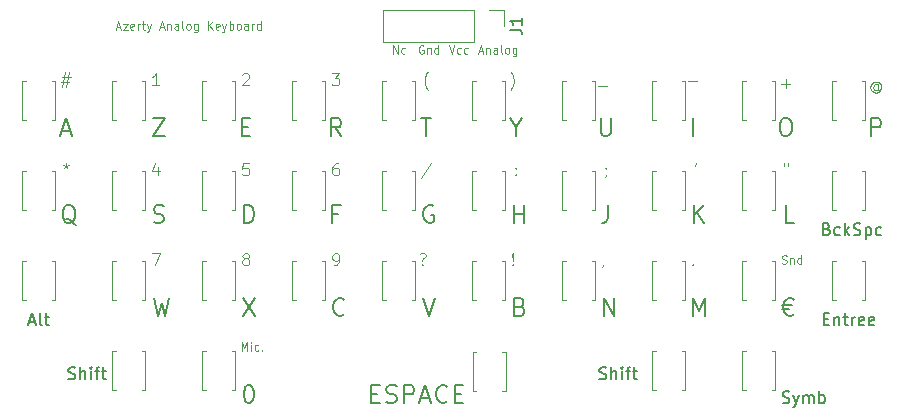
<source format=gbr>
G04 #@! TF.FileFunction,Legend,Top*
%FSLAX46Y46*%
G04 Gerber Fmt 4.6, Leading zero omitted, Abs format (unit mm)*
G04 Created by KiCad (PCBNEW 4.0.7) date 07/09/18 15:47:45*
%MOMM*%
%LPD*%
G01*
G04 APERTURE LIST*
%ADD10C,0.100000*%
%ADD11C,0.120000*%
%ADD12C,0.200000*%
%ADD13C,0.150000*%
G04 APERTURE END LIST*
D10*
X141627334Y-107504667D02*
X141627334Y-106804667D01*
X141860667Y-107304667D01*
X142094000Y-106804667D01*
X142094000Y-107504667D01*
X142427334Y-107504667D02*
X142427334Y-107038000D01*
X142427334Y-106804667D02*
X142394000Y-106838000D01*
X142427334Y-106871333D01*
X142460667Y-106838000D01*
X142427334Y-106804667D01*
X142427334Y-106871333D01*
X143060667Y-107471333D02*
X142994000Y-107504667D01*
X142860667Y-107504667D01*
X142794000Y-107471333D01*
X142760667Y-107438000D01*
X142727333Y-107371333D01*
X142727333Y-107171333D01*
X142760667Y-107104667D01*
X142794000Y-107071333D01*
X142860667Y-107038000D01*
X142994000Y-107038000D01*
X143060667Y-107071333D01*
X143360667Y-107438000D02*
X143394000Y-107471333D01*
X143360667Y-107504667D01*
X143327333Y-107471333D01*
X143360667Y-107438000D01*
X143360667Y-107504667D01*
X154440001Y-82358667D02*
X154440001Y-81658667D01*
X154840001Y-82358667D01*
X154840001Y-81658667D01*
X155473334Y-82325333D02*
X155406667Y-82358667D01*
X155273334Y-82358667D01*
X155206667Y-82325333D01*
X155173334Y-82292000D01*
X155140000Y-82225333D01*
X155140000Y-82025333D01*
X155173334Y-81958667D01*
X155206667Y-81925333D01*
X155273334Y-81892000D01*
X155406667Y-81892000D01*
X155473334Y-81925333D01*
X161705334Y-82158667D02*
X162038668Y-82158667D01*
X161638668Y-82358667D02*
X161872001Y-81658667D01*
X162105334Y-82358667D01*
X162338668Y-81892000D02*
X162338668Y-82358667D01*
X162338668Y-81958667D02*
X162372001Y-81925333D01*
X162438668Y-81892000D01*
X162538668Y-81892000D01*
X162605334Y-81925333D01*
X162638668Y-81992000D01*
X162638668Y-82358667D01*
X163272001Y-82358667D02*
X163272001Y-81992000D01*
X163238667Y-81925333D01*
X163172001Y-81892000D01*
X163038667Y-81892000D01*
X162972001Y-81925333D01*
X163272001Y-82325333D02*
X163205334Y-82358667D01*
X163038667Y-82358667D01*
X162972001Y-82325333D01*
X162938667Y-82258667D01*
X162938667Y-82192000D01*
X162972001Y-82125333D01*
X163038667Y-82092000D01*
X163205334Y-82092000D01*
X163272001Y-82058667D01*
X163705334Y-82358667D02*
X163638667Y-82325333D01*
X163605334Y-82258667D01*
X163605334Y-81658667D01*
X164072001Y-82358667D02*
X164005334Y-82325333D01*
X163972001Y-82292000D01*
X163938667Y-82225333D01*
X163938667Y-82025333D01*
X163972001Y-81958667D01*
X164005334Y-81925333D01*
X164072001Y-81892000D01*
X164172001Y-81892000D01*
X164238667Y-81925333D01*
X164272001Y-81958667D01*
X164305334Y-82025333D01*
X164305334Y-82225333D01*
X164272001Y-82292000D01*
X164238667Y-82325333D01*
X164172001Y-82358667D01*
X164072001Y-82358667D01*
X164905334Y-81892000D02*
X164905334Y-82458667D01*
X164872000Y-82525333D01*
X164838667Y-82558667D01*
X164772000Y-82592000D01*
X164672000Y-82592000D01*
X164605334Y-82558667D01*
X164905334Y-82325333D02*
X164838667Y-82358667D01*
X164705334Y-82358667D01*
X164638667Y-82325333D01*
X164605334Y-82292000D01*
X164572000Y-82225333D01*
X164572000Y-82025333D01*
X164605334Y-81958667D01*
X164638667Y-81925333D01*
X164705334Y-81892000D01*
X164838667Y-81892000D01*
X164905334Y-81925333D01*
X159186667Y-81658667D02*
X159420000Y-82358667D01*
X159653333Y-81658667D01*
X160186667Y-82325333D02*
X160120000Y-82358667D01*
X159986667Y-82358667D01*
X159920000Y-82325333D01*
X159886667Y-82292000D01*
X159853333Y-82225333D01*
X159853333Y-82025333D01*
X159886667Y-81958667D01*
X159920000Y-81925333D01*
X159986667Y-81892000D01*
X160120000Y-81892000D01*
X160186667Y-81925333D01*
X160786667Y-82325333D02*
X160720000Y-82358667D01*
X160586667Y-82358667D01*
X160520000Y-82325333D01*
X160486667Y-82292000D01*
X160453333Y-82225333D01*
X160453333Y-82025333D01*
X160486667Y-81958667D01*
X160520000Y-81925333D01*
X160586667Y-81892000D01*
X160720000Y-81892000D01*
X160786667Y-81925333D01*
X157030000Y-81692000D02*
X156963334Y-81658667D01*
X156863334Y-81658667D01*
X156763334Y-81692000D01*
X156696667Y-81758667D01*
X156663334Y-81825333D01*
X156630000Y-81958667D01*
X156630000Y-82058667D01*
X156663334Y-82192000D01*
X156696667Y-82258667D01*
X156763334Y-82325333D01*
X156863334Y-82358667D01*
X156930000Y-82358667D01*
X157030000Y-82325333D01*
X157063334Y-82292000D01*
X157063334Y-82058667D01*
X156930000Y-82058667D01*
X157363334Y-81892000D02*
X157363334Y-82358667D01*
X157363334Y-81958667D02*
X157396667Y-81925333D01*
X157463334Y-81892000D01*
X157563334Y-81892000D01*
X157630000Y-81925333D01*
X157663334Y-81992000D01*
X157663334Y-82358667D01*
X158296667Y-82358667D02*
X158296667Y-81658667D01*
X158296667Y-82325333D02*
X158230000Y-82358667D01*
X158096667Y-82358667D01*
X158030000Y-82325333D01*
X157996667Y-82292000D01*
X157963333Y-82225333D01*
X157963333Y-82025333D01*
X157996667Y-81958667D01*
X158030000Y-81925333D01*
X158096667Y-81892000D01*
X158230000Y-81892000D01*
X158296667Y-81925333D01*
X187380667Y-100105333D02*
X187480667Y-100138667D01*
X187647334Y-100138667D01*
X187714001Y-100105333D01*
X187747334Y-100072000D01*
X187780667Y-100005333D01*
X187780667Y-99938667D01*
X187747334Y-99872000D01*
X187714001Y-99838667D01*
X187647334Y-99805333D01*
X187514001Y-99772000D01*
X187447334Y-99738667D01*
X187414001Y-99705333D01*
X187380667Y-99638667D01*
X187380667Y-99572000D01*
X187414001Y-99505333D01*
X187447334Y-99472000D01*
X187514001Y-99438667D01*
X187680667Y-99438667D01*
X187780667Y-99472000D01*
X188080668Y-99672000D02*
X188080668Y-100138667D01*
X188080668Y-99738667D02*
X188114001Y-99705333D01*
X188180668Y-99672000D01*
X188280668Y-99672000D01*
X188347334Y-99705333D01*
X188380668Y-99772000D01*
X188380668Y-100138667D01*
X189014001Y-100138667D02*
X189014001Y-99438667D01*
X189014001Y-100105333D02*
X188947334Y-100138667D01*
X188814001Y-100138667D01*
X188747334Y-100105333D01*
X188714001Y-100072000D01*
X188680667Y-100005333D01*
X188680667Y-99805333D01*
X188714001Y-99738667D01*
X188747334Y-99705333D01*
X188814001Y-99672000D01*
X188947334Y-99672000D01*
X189014001Y-99705333D01*
X179832000Y-100179143D02*
X179879619Y-100226762D01*
X179832000Y-100274381D01*
X179784381Y-100226762D01*
X179832000Y-100179143D01*
X179832000Y-100274381D01*
X172259619Y-100226762D02*
X172259619Y-100274381D01*
X172212000Y-100369619D01*
X172164381Y-100417238D01*
X164592000Y-100179143D02*
X164639619Y-100226762D01*
X164592000Y-100274381D01*
X164544381Y-100226762D01*
X164592000Y-100179143D01*
X164592000Y-100274381D01*
X164592000Y-99893429D02*
X164544381Y-99322000D01*
X164592000Y-99274381D01*
X164639619Y-99322000D01*
X164592000Y-99893429D01*
X164592000Y-99274381D01*
X156924381Y-100179143D02*
X156972000Y-100226762D01*
X156924381Y-100274381D01*
X156876762Y-100226762D01*
X156924381Y-100179143D01*
X156924381Y-100274381D01*
X156733905Y-99322000D02*
X156829143Y-99274381D01*
X157067239Y-99274381D01*
X157162477Y-99322000D01*
X157210096Y-99417238D01*
X157210096Y-99512476D01*
X157162477Y-99607714D01*
X157114858Y-99655333D01*
X157019619Y-99702952D01*
X156972000Y-99750571D01*
X156924381Y-99845810D01*
X156924381Y-99893429D01*
X149415524Y-100274381D02*
X149606000Y-100274381D01*
X149701239Y-100226762D01*
X149748858Y-100179143D01*
X149844096Y-100036286D01*
X149891715Y-99845810D01*
X149891715Y-99464857D01*
X149844096Y-99369619D01*
X149796477Y-99322000D01*
X149701239Y-99274381D01*
X149510762Y-99274381D01*
X149415524Y-99322000D01*
X149367905Y-99369619D01*
X149320286Y-99464857D01*
X149320286Y-99702952D01*
X149367905Y-99798190D01*
X149415524Y-99845810D01*
X149510762Y-99893429D01*
X149701239Y-99893429D01*
X149796477Y-99845810D01*
X149844096Y-99798190D01*
X149891715Y-99702952D01*
X141890762Y-99702952D02*
X141795524Y-99655333D01*
X141747905Y-99607714D01*
X141700286Y-99512476D01*
X141700286Y-99464857D01*
X141747905Y-99369619D01*
X141795524Y-99322000D01*
X141890762Y-99274381D01*
X142081239Y-99274381D01*
X142176477Y-99322000D01*
X142224096Y-99369619D01*
X142271715Y-99464857D01*
X142271715Y-99512476D01*
X142224096Y-99607714D01*
X142176477Y-99655333D01*
X142081239Y-99702952D01*
X141890762Y-99702952D01*
X141795524Y-99750571D01*
X141747905Y-99798190D01*
X141700286Y-99893429D01*
X141700286Y-100083905D01*
X141747905Y-100179143D01*
X141795524Y-100226762D01*
X141890762Y-100274381D01*
X142081239Y-100274381D01*
X142176477Y-100226762D01*
X142224096Y-100179143D01*
X142271715Y-100083905D01*
X142271715Y-99893429D01*
X142224096Y-99798190D01*
X142176477Y-99750571D01*
X142081239Y-99702952D01*
X134032667Y-99274381D02*
X134699334Y-99274381D01*
X134270762Y-100274381D01*
X187515524Y-91654381D02*
X187515524Y-91844857D01*
X187896477Y-91654381D02*
X187896477Y-91844857D01*
X180133619Y-91654381D02*
X180038381Y-91844857D01*
X172513619Y-92606762D02*
X172513619Y-92654381D01*
X172466000Y-92749619D01*
X172418381Y-92797238D01*
X172466000Y-92035333D02*
X172513619Y-92082952D01*
X172466000Y-92130571D01*
X172418381Y-92082952D01*
X172466000Y-92035333D01*
X172466000Y-92130571D01*
X164846000Y-92559143D02*
X164893619Y-92606762D01*
X164846000Y-92654381D01*
X164798381Y-92606762D01*
X164846000Y-92559143D01*
X164846000Y-92654381D01*
X164846000Y-92035333D02*
X164893619Y-92082952D01*
X164846000Y-92130571D01*
X164798381Y-92082952D01*
X164846000Y-92035333D01*
X164846000Y-92130571D01*
X157654572Y-91606762D02*
X156797429Y-92892476D01*
X149796477Y-91654381D02*
X149606000Y-91654381D01*
X149510762Y-91702000D01*
X149463143Y-91749619D01*
X149367905Y-91892476D01*
X149320286Y-92082952D01*
X149320286Y-92463905D01*
X149367905Y-92559143D01*
X149415524Y-92606762D01*
X149510762Y-92654381D01*
X149701239Y-92654381D01*
X149796477Y-92606762D01*
X149844096Y-92559143D01*
X149891715Y-92463905D01*
X149891715Y-92225810D01*
X149844096Y-92130571D01*
X149796477Y-92082952D01*
X149701239Y-92035333D01*
X149510762Y-92035333D01*
X149415524Y-92082952D01*
X149367905Y-92130571D01*
X149320286Y-92225810D01*
X142224096Y-91654381D02*
X141747905Y-91654381D01*
X141700286Y-92130571D01*
X141747905Y-92082952D01*
X141843143Y-92035333D01*
X142081239Y-92035333D01*
X142176477Y-92082952D01*
X142224096Y-92130571D01*
X142271715Y-92225810D01*
X142271715Y-92463905D01*
X142224096Y-92559143D01*
X142176477Y-92606762D01*
X142081239Y-92654381D01*
X141843143Y-92654381D01*
X141747905Y-92606762D01*
X141700286Y-92559143D01*
X134556477Y-91987714D02*
X134556477Y-92654381D01*
X134318381Y-91606762D02*
X134080286Y-92321048D01*
X134699334Y-92321048D01*
X126746000Y-91654381D02*
X126746000Y-91892476D01*
X126507905Y-91797238D02*
X126746000Y-91892476D01*
X126984096Y-91797238D01*
X126603143Y-92082952D02*
X126746000Y-91892476D01*
X126888858Y-92082952D01*
X195540286Y-85066190D02*
X195492667Y-85018571D01*
X195397429Y-84970952D01*
X195302191Y-84970952D01*
X195206953Y-85018571D01*
X195159333Y-85066190D01*
X195111714Y-85161429D01*
X195111714Y-85256667D01*
X195159333Y-85351905D01*
X195206953Y-85399524D01*
X195302191Y-85447143D01*
X195397429Y-85447143D01*
X195492667Y-85399524D01*
X195540286Y-85351905D01*
X195540286Y-84970952D02*
X195540286Y-85351905D01*
X195587905Y-85399524D01*
X195635524Y-85399524D01*
X195730762Y-85351905D01*
X195778381Y-85256667D01*
X195778381Y-85018571D01*
X195683143Y-84875714D01*
X195540286Y-84780476D01*
X195349810Y-84732857D01*
X195159333Y-84780476D01*
X195016476Y-84875714D01*
X194921238Y-85018571D01*
X194873619Y-85209048D01*
X194921238Y-85399524D01*
X195016476Y-85542381D01*
X195159333Y-85637619D01*
X195349810Y-85685238D01*
X195540286Y-85637619D01*
X195683143Y-85542381D01*
X187325048Y-84907429D02*
X188086953Y-84907429D01*
X187706001Y-85288381D02*
X187706001Y-84526476D01*
X179451048Y-84653429D02*
X180212953Y-84653429D01*
X171831048Y-85129619D02*
X172592953Y-85129619D01*
X164401524Y-85415333D02*
X164449143Y-85367714D01*
X164544381Y-85224857D01*
X164592000Y-85129619D01*
X164639619Y-84986762D01*
X164687238Y-84748667D01*
X164687238Y-84558190D01*
X164639619Y-84320095D01*
X164592000Y-84177238D01*
X164544381Y-84082000D01*
X164449143Y-83939143D01*
X164401524Y-83891524D01*
X157416477Y-85415333D02*
X157368857Y-85367714D01*
X157273619Y-85224857D01*
X157226000Y-85129619D01*
X157178381Y-84986762D01*
X157130762Y-84748667D01*
X157130762Y-84558190D01*
X157178381Y-84320095D01*
X157226000Y-84177238D01*
X157273619Y-84082000D01*
X157368857Y-83939143D01*
X157416477Y-83891524D01*
X149272667Y-84034381D02*
X149891715Y-84034381D01*
X149558381Y-84415333D01*
X149701239Y-84415333D01*
X149796477Y-84462952D01*
X149844096Y-84510571D01*
X149891715Y-84605810D01*
X149891715Y-84843905D01*
X149844096Y-84939143D01*
X149796477Y-84986762D01*
X149701239Y-85034381D01*
X149415524Y-85034381D01*
X149320286Y-84986762D01*
X149272667Y-84939143D01*
X141700286Y-84129619D02*
X141747905Y-84082000D01*
X141843143Y-84034381D01*
X142081239Y-84034381D01*
X142176477Y-84082000D01*
X142224096Y-84129619D01*
X142271715Y-84224857D01*
X142271715Y-84320095D01*
X142224096Y-84462952D01*
X141652667Y-85034381D01*
X142271715Y-85034381D01*
X134651715Y-85034381D02*
X134080286Y-85034381D01*
X134366000Y-85034381D02*
X134366000Y-84034381D01*
X134270762Y-84177238D01*
X134175524Y-84272476D01*
X134080286Y-84320095D01*
X126436476Y-84367714D02*
X127150762Y-84367714D01*
X126722190Y-83939143D02*
X126436476Y-85224857D01*
X127055524Y-84796286D02*
X126341238Y-84796286D01*
X126769810Y-85224857D02*
X127055524Y-83939143D01*
X131043335Y-80126667D02*
X131376669Y-80126667D01*
X130976669Y-80326667D02*
X131210002Y-79626667D01*
X131443335Y-80326667D01*
X131610002Y-79860000D02*
X131976669Y-79860000D01*
X131610002Y-80326667D01*
X131976669Y-80326667D01*
X132510002Y-80293333D02*
X132443336Y-80326667D01*
X132310002Y-80326667D01*
X132243336Y-80293333D01*
X132210002Y-80226667D01*
X132210002Y-79960000D01*
X132243336Y-79893333D01*
X132310002Y-79860000D01*
X132443336Y-79860000D01*
X132510002Y-79893333D01*
X132543336Y-79960000D01*
X132543336Y-80026667D01*
X132210002Y-80093333D01*
X132843336Y-80326667D02*
X132843336Y-79860000D01*
X132843336Y-79993333D02*
X132876669Y-79926667D01*
X132910002Y-79893333D01*
X132976669Y-79860000D01*
X133043336Y-79860000D01*
X133176669Y-79860000D02*
X133443335Y-79860000D01*
X133276669Y-79626667D02*
X133276669Y-80226667D01*
X133310002Y-80293333D01*
X133376669Y-80326667D01*
X133443335Y-80326667D01*
X133610002Y-79860000D02*
X133776669Y-80326667D01*
X133943335Y-79860000D02*
X133776669Y-80326667D01*
X133710002Y-80493333D01*
X133676669Y-80526667D01*
X133610002Y-80560000D01*
X134710001Y-80126667D02*
X135043335Y-80126667D01*
X134643335Y-80326667D02*
X134876668Y-79626667D01*
X135110001Y-80326667D01*
X135343335Y-79860000D02*
X135343335Y-80326667D01*
X135343335Y-79926667D02*
X135376668Y-79893333D01*
X135443335Y-79860000D01*
X135543335Y-79860000D01*
X135610001Y-79893333D01*
X135643335Y-79960000D01*
X135643335Y-80326667D01*
X136276668Y-80326667D02*
X136276668Y-79960000D01*
X136243334Y-79893333D01*
X136176668Y-79860000D01*
X136043334Y-79860000D01*
X135976668Y-79893333D01*
X136276668Y-80293333D02*
X136210001Y-80326667D01*
X136043334Y-80326667D01*
X135976668Y-80293333D01*
X135943334Y-80226667D01*
X135943334Y-80160000D01*
X135976668Y-80093333D01*
X136043334Y-80060000D01*
X136210001Y-80060000D01*
X136276668Y-80026667D01*
X136710001Y-80326667D02*
X136643334Y-80293333D01*
X136610001Y-80226667D01*
X136610001Y-79626667D01*
X137076668Y-80326667D02*
X137010001Y-80293333D01*
X136976668Y-80260000D01*
X136943334Y-80193333D01*
X136943334Y-79993333D01*
X136976668Y-79926667D01*
X137010001Y-79893333D01*
X137076668Y-79860000D01*
X137176668Y-79860000D01*
X137243334Y-79893333D01*
X137276668Y-79926667D01*
X137310001Y-79993333D01*
X137310001Y-80193333D01*
X137276668Y-80260000D01*
X137243334Y-80293333D01*
X137176668Y-80326667D01*
X137076668Y-80326667D01*
X137910001Y-79860000D02*
X137910001Y-80426667D01*
X137876667Y-80493333D01*
X137843334Y-80526667D01*
X137776667Y-80560000D01*
X137676667Y-80560000D01*
X137610001Y-80526667D01*
X137910001Y-80293333D02*
X137843334Y-80326667D01*
X137710001Y-80326667D01*
X137643334Y-80293333D01*
X137610001Y-80260000D01*
X137576667Y-80193333D01*
X137576667Y-79993333D01*
X137610001Y-79926667D01*
X137643334Y-79893333D01*
X137710001Y-79860000D01*
X137843334Y-79860000D01*
X137910001Y-79893333D01*
X138776667Y-80326667D02*
X138776667Y-79626667D01*
X139176667Y-80326667D02*
X138876667Y-79926667D01*
X139176667Y-79626667D02*
X138776667Y-80026667D01*
X139743333Y-80293333D02*
X139676667Y-80326667D01*
X139543333Y-80326667D01*
X139476667Y-80293333D01*
X139443333Y-80226667D01*
X139443333Y-79960000D01*
X139476667Y-79893333D01*
X139543333Y-79860000D01*
X139676667Y-79860000D01*
X139743333Y-79893333D01*
X139776667Y-79960000D01*
X139776667Y-80026667D01*
X139443333Y-80093333D01*
X140010000Y-79860000D02*
X140176667Y-80326667D01*
X140343333Y-79860000D02*
X140176667Y-80326667D01*
X140110000Y-80493333D01*
X140076667Y-80526667D01*
X140010000Y-80560000D01*
X140610000Y-80326667D02*
X140610000Y-79626667D01*
X140610000Y-79893333D02*
X140676666Y-79860000D01*
X140810000Y-79860000D01*
X140876666Y-79893333D01*
X140910000Y-79926667D01*
X140943333Y-79993333D01*
X140943333Y-80193333D01*
X140910000Y-80260000D01*
X140876666Y-80293333D01*
X140810000Y-80326667D01*
X140676666Y-80326667D01*
X140610000Y-80293333D01*
X141343333Y-80326667D02*
X141276666Y-80293333D01*
X141243333Y-80260000D01*
X141209999Y-80193333D01*
X141209999Y-79993333D01*
X141243333Y-79926667D01*
X141276666Y-79893333D01*
X141343333Y-79860000D01*
X141443333Y-79860000D01*
X141509999Y-79893333D01*
X141543333Y-79926667D01*
X141576666Y-79993333D01*
X141576666Y-80193333D01*
X141543333Y-80260000D01*
X141509999Y-80293333D01*
X141443333Y-80326667D01*
X141343333Y-80326667D01*
X142176666Y-80326667D02*
X142176666Y-79960000D01*
X142143332Y-79893333D01*
X142076666Y-79860000D01*
X141943332Y-79860000D01*
X141876666Y-79893333D01*
X142176666Y-80293333D02*
X142109999Y-80326667D01*
X141943332Y-80326667D01*
X141876666Y-80293333D01*
X141843332Y-80226667D01*
X141843332Y-80160000D01*
X141876666Y-80093333D01*
X141943332Y-80060000D01*
X142109999Y-80060000D01*
X142176666Y-80026667D01*
X142509999Y-80326667D02*
X142509999Y-79860000D01*
X142509999Y-79993333D02*
X142543332Y-79926667D01*
X142576665Y-79893333D01*
X142643332Y-79860000D01*
X142709999Y-79860000D01*
X143243332Y-80326667D02*
X143243332Y-79626667D01*
X143243332Y-80293333D02*
X143176665Y-80326667D01*
X143043332Y-80326667D01*
X142976665Y-80293333D01*
X142943332Y-80260000D01*
X142909998Y-80193333D01*
X142909998Y-79993333D01*
X142943332Y-79926667D01*
X142976665Y-79893333D01*
X143043332Y-79860000D01*
X143176665Y-79860000D01*
X143243332Y-79893333D01*
D11*
X138600000Y-107570000D02*
X138300000Y-107570000D01*
X138300000Y-107570000D02*
X138300000Y-110870000D01*
X138300000Y-110870000D02*
X138600000Y-110870000D01*
X140800000Y-107570000D02*
X141100000Y-107570000D01*
X141100000Y-107570000D02*
X141100000Y-110870000D01*
X141100000Y-110870000D02*
X140800000Y-110870000D01*
X125560000Y-88010000D02*
X125860000Y-88010000D01*
X125860000Y-88010000D02*
X125860000Y-84710000D01*
X125860000Y-84710000D02*
X125560000Y-84710000D01*
X123360000Y-88010000D02*
X123060000Y-88010000D01*
X123060000Y-88010000D02*
X123060000Y-84710000D01*
X123060000Y-84710000D02*
X123360000Y-84710000D01*
X125560000Y-103250000D02*
X125860000Y-103250000D01*
X125860000Y-103250000D02*
X125860000Y-99950000D01*
X125860000Y-99950000D02*
X125560000Y-99950000D01*
X123360000Y-103250000D02*
X123060000Y-103250000D01*
X123060000Y-103250000D02*
X123060000Y-99950000D01*
X123060000Y-99950000D02*
X123360000Y-99950000D01*
X161460000Y-99950000D02*
X161160000Y-99950000D01*
X161160000Y-99950000D02*
X161160000Y-103250000D01*
X161160000Y-103250000D02*
X161460000Y-103250000D01*
X163660000Y-99950000D02*
X163960000Y-99950000D01*
X163960000Y-99950000D02*
X163960000Y-103250000D01*
X163960000Y-103250000D02*
X163660000Y-103250000D01*
X191940000Y-92330000D02*
X191640000Y-92330000D01*
X191640000Y-92330000D02*
X191640000Y-95630000D01*
X191640000Y-95630000D02*
X191940000Y-95630000D01*
X194140000Y-92330000D02*
X194440000Y-92330000D01*
X194440000Y-92330000D02*
X194440000Y-95630000D01*
X194440000Y-95630000D02*
X194140000Y-95630000D01*
X146220000Y-99950000D02*
X145920000Y-99950000D01*
X145920000Y-99950000D02*
X145920000Y-103250000D01*
X145920000Y-103250000D02*
X146220000Y-103250000D01*
X148420000Y-99950000D02*
X148720000Y-99950000D01*
X148720000Y-99950000D02*
X148720000Y-103250000D01*
X148720000Y-103250000D02*
X148420000Y-103250000D01*
X138600000Y-92330000D02*
X138300000Y-92330000D01*
X138300000Y-92330000D02*
X138300000Y-95630000D01*
X138300000Y-95630000D02*
X138600000Y-95630000D01*
X140800000Y-92330000D02*
X141100000Y-92330000D01*
X141100000Y-92330000D02*
X141100000Y-95630000D01*
X141100000Y-95630000D02*
X140800000Y-95630000D01*
X140800000Y-88010000D02*
X141100000Y-88010000D01*
X141100000Y-88010000D02*
X141100000Y-84710000D01*
X141100000Y-84710000D02*
X140800000Y-84710000D01*
X138600000Y-88010000D02*
X138300000Y-88010000D01*
X138300000Y-88010000D02*
X138300000Y-84710000D01*
X138300000Y-84710000D02*
X138600000Y-84710000D01*
X184320000Y-99950000D02*
X184020000Y-99950000D01*
X184020000Y-99950000D02*
X184020000Y-103250000D01*
X184020000Y-103250000D02*
X184320000Y-103250000D01*
X186520000Y-99950000D02*
X186820000Y-99950000D01*
X186820000Y-99950000D02*
X186820000Y-103250000D01*
X186820000Y-103250000D02*
X186520000Y-103250000D01*
X146220000Y-92330000D02*
X145920000Y-92330000D01*
X145920000Y-92330000D02*
X145920000Y-95630000D01*
X145920000Y-95630000D02*
X146220000Y-95630000D01*
X148420000Y-92330000D02*
X148720000Y-92330000D01*
X148720000Y-92330000D02*
X148720000Y-95630000D01*
X148720000Y-95630000D02*
X148420000Y-95630000D01*
X153840000Y-92330000D02*
X153540000Y-92330000D01*
X153540000Y-92330000D02*
X153540000Y-95630000D01*
X153540000Y-95630000D02*
X153840000Y-95630000D01*
X156040000Y-92330000D02*
X156340000Y-92330000D01*
X156340000Y-92330000D02*
X156340000Y-95630000D01*
X156340000Y-95630000D02*
X156040000Y-95630000D01*
X161460000Y-92330000D02*
X161160000Y-92330000D01*
X161160000Y-92330000D02*
X161160000Y-95630000D01*
X161160000Y-95630000D02*
X161460000Y-95630000D01*
X163660000Y-92330000D02*
X163960000Y-92330000D01*
X163960000Y-92330000D02*
X163960000Y-95630000D01*
X163960000Y-95630000D02*
X163660000Y-95630000D01*
X178900000Y-88010000D02*
X179200000Y-88010000D01*
X179200000Y-88010000D02*
X179200000Y-84710000D01*
X179200000Y-84710000D02*
X178900000Y-84710000D01*
X176700000Y-88010000D02*
X176400000Y-88010000D01*
X176400000Y-88010000D02*
X176400000Y-84710000D01*
X176400000Y-84710000D02*
X176700000Y-84710000D01*
X161290000Y-78680000D02*
X153610000Y-78680000D01*
X153610000Y-78680000D02*
X153610000Y-81340000D01*
X153610000Y-81340000D02*
X161290000Y-81340000D01*
X161290000Y-81340000D02*
X161290000Y-78680000D01*
X162560000Y-78680000D02*
X163890000Y-78680000D01*
X163890000Y-78680000D02*
X163890000Y-80010000D01*
X169080000Y-92330000D02*
X168780000Y-92330000D01*
X168780000Y-92330000D02*
X168780000Y-95630000D01*
X168780000Y-95630000D02*
X169080000Y-95630000D01*
X171280000Y-92330000D02*
X171580000Y-92330000D01*
X171580000Y-92330000D02*
X171580000Y-95630000D01*
X171580000Y-95630000D02*
X171280000Y-95630000D01*
X176700000Y-92330000D02*
X176400000Y-92330000D01*
X176400000Y-92330000D02*
X176400000Y-95630000D01*
X176400000Y-95630000D02*
X176700000Y-95630000D01*
X178900000Y-92330000D02*
X179200000Y-92330000D01*
X179200000Y-92330000D02*
X179200000Y-95630000D01*
X179200000Y-95630000D02*
X178900000Y-95630000D01*
X184320000Y-92330000D02*
X184020000Y-92330000D01*
X184020000Y-92330000D02*
X184020000Y-95630000D01*
X184020000Y-95630000D02*
X184320000Y-95630000D01*
X186520000Y-92330000D02*
X186820000Y-92330000D01*
X186820000Y-92330000D02*
X186820000Y-95630000D01*
X186820000Y-95630000D02*
X186520000Y-95630000D01*
X178900000Y-103250000D02*
X179200000Y-103250000D01*
X179200000Y-103250000D02*
X179200000Y-99950000D01*
X179200000Y-99950000D02*
X178900000Y-99950000D01*
X176700000Y-103250000D02*
X176400000Y-103250000D01*
X176400000Y-103250000D02*
X176400000Y-99950000D01*
X176400000Y-99950000D02*
X176700000Y-99950000D01*
X169080000Y-99950000D02*
X168780000Y-99950000D01*
X168780000Y-99950000D02*
X168780000Y-103250000D01*
X168780000Y-103250000D02*
X169080000Y-103250000D01*
X171280000Y-99950000D02*
X171580000Y-99950000D01*
X171580000Y-99950000D02*
X171580000Y-103250000D01*
X171580000Y-103250000D02*
X171280000Y-103250000D01*
X186520000Y-88010000D02*
X186820000Y-88010000D01*
X186820000Y-88010000D02*
X186820000Y-84710000D01*
X186820000Y-84710000D02*
X186520000Y-84710000D01*
X184320000Y-88010000D02*
X184020000Y-88010000D01*
X184020000Y-88010000D02*
X184020000Y-84710000D01*
X184020000Y-84710000D02*
X184320000Y-84710000D01*
X194140000Y-88010000D02*
X194440000Y-88010000D01*
X194440000Y-88010000D02*
X194440000Y-84710000D01*
X194440000Y-84710000D02*
X194140000Y-84710000D01*
X191940000Y-88010000D02*
X191640000Y-88010000D01*
X191640000Y-88010000D02*
X191640000Y-84710000D01*
X191640000Y-84710000D02*
X191940000Y-84710000D01*
X123360000Y-92330000D02*
X123060000Y-92330000D01*
X123060000Y-92330000D02*
X123060000Y-95630000D01*
X123060000Y-95630000D02*
X123360000Y-95630000D01*
X125560000Y-92330000D02*
X125860000Y-92330000D01*
X125860000Y-92330000D02*
X125860000Y-95630000D01*
X125860000Y-95630000D02*
X125560000Y-95630000D01*
X148420000Y-88010000D02*
X148720000Y-88010000D01*
X148720000Y-88010000D02*
X148720000Y-84710000D01*
X148720000Y-84710000D02*
X148420000Y-84710000D01*
X146220000Y-88010000D02*
X145920000Y-88010000D01*
X145920000Y-88010000D02*
X145920000Y-84710000D01*
X145920000Y-84710000D02*
X146220000Y-84710000D01*
X191940000Y-99950000D02*
X191640000Y-99950000D01*
X191640000Y-99950000D02*
X191640000Y-103250000D01*
X191640000Y-103250000D02*
X191940000Y-103250000D01*
X194140000Y-99950000D02*
X194440000Y-99950000D01*
X194440000Y-99950000D02*
X194440000Y-103250000D01*
X194440000Y-103250000D02*
X194140000Y-103250000D01*
X133180000Y-95630000D02*
X133480000Y-95630000D01*
X133480000Y-95630000D02*
X133480000Y-92330000D01*
X133480000Y-92330000D02*
X133180000Y-92330000D01*
X130980000Y-95630000D02*
X130680000Y-95630000D01*
X130680000Y-95630000D02*
X130680000Y-92330000D01*
X130680000Y-92330000D02*
X130980000Y-92330000D01*
X130980000Y-107570000D02*
X130680000Y-107570000D01*
X130680000Y-107570000D02*
X130680000Y-110870000D01*
X130680000Y-110870000D02*
X130980000Y-110870000D01*
X133180000Y-107570000D02*
X133480000Y-107570000D01*
X133480000Y-107570000D02*
X133480000Y-110870000D01*
X133480000Y-110870000D02*
X133180000Y-110870000D01*
X178900000Y-110870000D02*
X179200000Y-110870000D01*
X179200000Y-110870000D02*
X179200000Y-107570000D01*
X179200000Y-107570000D02*
X178900000Y-107570000D01*
X176700000Y-110870000D02*
X176400000Y-110870000D01*
X176400000Y-110870000D02*
X176400000Y-107570000D01*
X176400000Y-107570000D02*
X176700000Y-107570000D01*
X161485400Y-107595400D02*
X161185400Y-107595400D01*
X161185400Y-107595400D02*
X161185400Y-110895400D01*
X161185400Y-110895400D02*
X161485400Y-110895400D01*
X163685400Y-107595400D02*
X163985400Y-107595400D01*
X163985400Y-107595400D02*
X163985400Y-110895400D01*
X163985400Y-110895400D02*
X163685400Y-110895400D01*
X184320000Y-107570000D02*
X184020000Y-107570000D01*
X184020000Y-107570000D02*
X184020000Y-110870000D01*
X184020000Y-110870000D02*
X184320000Y-110870000D01*
X186520000Y-107570000D02*
X186820000Y-107570000D01*
X186820000Y-107570000D02*
X186820000Y-110870000D01*
X186820000Y-110870000D02*
X186520000Y-110870000D01*
X156040000Y-88010000D02*
X156340000Y-88010000D01*
X156340000Y-88010000D02*
X156340000Y-84710000D01*
X156340000Y-84710000D02*
X156040000Y-84710000D01*
X153840000Y-88010000D02*
X153540000Y-88010000D01*
X153540000Y-88010000D02*
X153540000Y-84710000D01*
X153540000Y-84710000D02*
X153840000Y-84710000D01*
X171280000Y-88010000D02*
X171580000Y-88010000D01*
X171580000Y-88010000D02*
X171580000Y-84710000D01*
X171580000Y-84710000D02*
X171280000Y-84710000D01*
X169080000Y-88010000D02*
X168780000Y-88010000D01*
X168780000Y-88010000D02*
X168780000Y-84710000D01*
X168780000Y-84710000D02*
X169080000Y-84710000D01*
X153840000Y-99950000D02*
X153540000Y-99950000D01*
X153540000Y-99950000D02*
X153540000Y-103250000D01*
X153540000Y-103250000D02*
X153840000Y-103250000D01*
X156040000Y-99950000D02*
X156340000Y-99950000D01*
X156340000Y-99950000D02*
X156340000Y-103250000D01*
X156340000Y-103250000D02*
X156040000Y-103250000D01*
X130980000Y-99950000D02*
X130680000Y-99950000D01*
X130680000Y-99950000D02*
X130680000Y-103250000D01*
X130680000Y-103250000D02*
X130980000Y-103250000D01*
X133180000Y-99950000D02*
X133480000Y-99950000D01*
X133480000Y-99950000D02*
X133480000Y-103250000D01*
X133480000Y-103250000D02*
X133180000Y-103250000D01*
X138600000Y-99950000D02*
X138300000Y-99950000D01*
X138300000Y-99950000D02*
X138300000Y-103250000D01*
X138300000Y-103250000D02*
X138600000Y-103250000D01*
X140800000Y-99950000D02*
X141100000Y-99950000D01*
X141100000Y-99950000D02*
X141100000Y-103250000D01*
X141100000Y-103250000D02*
X140800000Y-103250000D01*
X163660000Y-88010000D02*
X163960000Y-88010000D01*
X163960000Y-88010000D02*
X163960000Y-84710000D01*
X163960000Y-84710000D02*
X163660000Y-84710000D01*
X161460000Y-88010000D02*
X161160000Y-88010000D01*
X161160000Y-88010000D02*
X161160000Y-84710000D01*
X161160000Y-84710000D02*
X161460000Y-84710000D01*
X133180000Y-88010000D02*
X133480000Y-88010000D01*
X133480000Y-88010000D02*
X133480000Y-84710000D01*
X133480000Y-84710000D02*
X133180000Y-84710000D01*
X130980000Y-88010000D02*
X130680000Y-88010000D01*
X130680000Y-88010000D02*
X130680000Y-84710000D01*
X130680000Y-84710000D02*
X130980000Y-84710000D01*
D12*
X142168572Y-110430571D02*
X142311429Y-110430571D01*
X142454286Y-110502000D01*
X142525715Y-110573429D01*
X142597144Y-110716286D01*
X142668572Y-111002000D01*
X142668572Y-111359143D01*
X142597144Y-111644857D01*
X142525715Y-111787714D01*
X142454286Y-111859143D01*
X142311429Y-111930571D01*
X142168572Y-111930571D01*
X142025715Y-111859143D01*
X141954286Y-111787714D01*
X141882858Y-111644857D01*
X141811429Y-111359143D01*
X141811429Y-111002000D01*
X141882858Y-110716286D01*
X141954286Y-110573429D01*
X142025715Y-110502000D01*
X142168572Y-110430571D01*
X126388857Y-88896000D02*
X127103143Y-88896000D01*
X126246000Y-89324571D02*
X126746000Y-87824571D01*
X127246000Y-89324571D01*
D13*
X123674285Y-105068667D02*
X124150476Y-105068667D01*
X123579047Y-105354381D02*
X123912380Y-104354381D01*
X124245714Y-105354381D01*
X124721904Y-105354381D02*
X124626666Y-105306762D01*
X124579047Y-105211524D01*
X124579047Y-104354381D01*
X124960000Y-104687714D02*
X125340952Y-104687714D01*
X125102857Y-104354381D02*
X125102857Y-105211524D01*
X125150476Y-105306762D01*
X125245714Y-105354381D01*
X125340952Y-105354381D01*
D12*
X165207143Y-103778857D02*
X165421429Y-103850286D01*
X165492857Y-103921714D01*
X165564286Y-104064571D01*
X165564286Y-104278857D01*
X165492857Y-104421714D01*
X165421429Y-104493143D01*
X165278571Y-104564571D01*
X164707143Y-104564571D01*
X164707143Y-103064571D01*
X165207143Y-103064571D01*
X165350000Y-103136000D01*
X165421429Y-103207429D01*
X165492857Y-103350286D01*
X165492857Y-103493143D01*
X165421429Y-103636000D01*
X165350000Y-103707429D01*
X165207143Y-103778857D01*
X164707143Y-103778857D01*
D13*
X191174953Y-97210571D02*
X191317810Y-97258190D01*
X191365429Y-97305810D01*
X191413048Y-97401048D01*
X191413048Y-97543905D01*
X191365429Y-97639143D01*
X191317810Y-97686762D01*
X191222572Y-97734381D01*
X190841619Y-97734381D01*
X190841619Y-96734381D01*
X191174953Y-96734381D01*
X191270191Y-96782000D01*
X191317810Y-96829619D01*
X191365429Y-96924857D01*
X191365429Y-97020095D01*
X191317810Y-97115333D01*
X191270191Y-97162952D01*
X191174953Y-97210571D01*
X190841619Y-97210571D01*
X192270191Y-97686762D02*
X192174953Y-97734381D01*
X191984476Y-97734381D01*
X191889238Y-97686762D01*
X191841619Y-97639143D01*
X191794000Y-97543905D01*
X191794000Y-97258190D01*
X191841619Y-97162952D01*
X191889238Y-97115333D01*
X191984476Y-97067714D01*
X192174953Y-97067714D01*
X192270191Y-97115333D01*
X192698762Y-97734381D02*
X192698762Y-96734381D01*
X192794000Y-97353429D02*
X193079715Y-97734381D01*
X193079715Y-97067714D02*
X192698762Y-97448667D01*
X193460667Y-97686762D02*
X193603524Y-97734381D01*
X193841620Y-97734381D01*
X193936858Y-97686762D01*
X193984477Y-97639143D01*
X194032096Y-97543905D01*
X194032096Y-97448667D01*
X193984477Y-97353429D01*
X193936858Y-97305810D01*
X193841620Y-97258190D01*
X193651143Y-97210571D01*
X193555905Y-97162952D01*
X193508286Y-97115333D01*
X193460667Y-97020095D01*
X193460667Y-96924857D01*
X193508286Y-96829619D01*
X193555905Y-96782000D01*
X193651143Y-96734381D01*
X193889239Y-96734381D01*
X194032096Y-96782000D01*
X194460667Y-97067714D02*
X194460667Y-98067714D01*
X194460667Y-97115333D02*
X194555905Y-97067714D01*
X194746382Y-97067714D01*
X194841620Y-97115333D01*
X194889239Y-97162952D01*
X194936858Y-97258190D01*
X194936858Y-97543905D01*
X194889239Y-97639143D01*
X194841620Y-97686762D01*
X194746382Y-97734381D01*
X194555905Y-97734381D01*
X194460667Y-97686762D01*
X195794001Y-97686762D02*
X195698763Y-97734381D01*
X195508286Y-97734381D01*
X195413048Y-97686762D01*
X195365429Y-97639143D01*
X195317810Y-97543905D01*
X195317810Y-97258190D01*
X195365429Y-97162952D01*
X195413048Y-97115333D01*
X195508286Y-97067714D01*
X195698763Y-97067714D01*
X195794001Y-97115333D01*
D12*
X150324286Y-104421714D02*
X150252857Y-104493143D01*
X150038571Y-104564571D01*
X149895714Y-104564571D01*
X149681429Y-104493143D01*
X149538571Y-104350286D01*
X149467143Y-104207429D01*
X149395714Y-103921714D01*
X149395714Y-103707429D01*
X149467143Y-103421714D01*
X149538571Y-103278857D01*
X149681429Y-103136000D01*
X149895714Y-103064571D01*
X150038571Y-103064571D01*
X150252857Y-103136000D01*
X150324286Y-103207429D01*
X141847143Y-96690571D02*
X141847143Y-95190571D01*
X142204286Y-95190571D01*
X142418571Y-95262000D01*
X142561429Y-95404857D01*
X142632857Y-95547714D01*
X142704286Y-95833429D01*
X142704286Y-96047714D01*
X142632857Y-96333429D01*
X142561429Y-96476286D01*
X142418571Y-96619143D01*
X142204286Y-96690571D01*
X141847143Y-96690571D01*
X141664572Y-88538857D02*
X142164572Y-88538857D01*
X142378858Y-89324571D02*
X141664572Y-89324571D01*
X141664572Y-87824571D01*
X142378858Y-87824571D01*
X187352857Y-103993143D02*
X187995714Y-103993143D01*
X187352857Y-103636000D02*
X188210000Y-103636000D01*
X188424286Y-104421714D02*
X188352857Y-104493143D01*
X188138571Y-104564571D01*
X187995714Y-104564571D01*
X187781429Y-104493143D01*
X187638571Y-104350286D01*
X187567143Y-104207429D01*
X187495714Y-103921714D01*
X187495714Y-103707429D01*
X187567143Y-103421714D01*
X187638571Y-103278857D01*
X187781429Y-103136000D01*
X187995714Y-103064571D01*
X188138571Y-103064571D01*
X188352857Y-103136000D01*
X188424286Y-103207429D01*
X149820286Y-95904857D02*
X149320286Y-95904857D01*
X149320286Y-96690571D02*
X149320286Y-95190571D01*
X150034572Y-95190571D01*
X157872857Y-95262000D02*
X157730000Y-95190571D01*
X157515714Y-95190571D01*
X157301429Y-95262000D01*
X157158571Y-95404857D01*
X157087143Y-95547714D01*
X157015714Y-95833429D01*
X157015714Y-96047714D01*
X157087143Y-96333429D01*
X157158571Y-96476286D01*
X157301429Y-96619143D01*
X157515714Y-96690571D01*
X157658571Y-96690571D01*
X157872857Y-96619143D01*
X157944286Y-96547714D01*
X157944286Y-96047714D01*
X157658571Y-96047714D01*
X164671429Y-96690571D02*
X164671429Y-95190571D01*
X164671429Y-95904857D02*
X165528572Y-95904857D01*
X165528572Y-96690571D02*
X165528572Y-95190571D01*
X179832000Y-89324571D02*
X179832000Y-87824571D01*
D13*
X164342381Y-80343333D02*
X165056667Y-80343333D01*
X165199524Y-80390953D01*
X165294762Y-80486191D01*
X165342381Y-80629048D01*
X165342381Y-80724286D01*
X165342381Y-79343333D02*
X165342381Y-79914762D01*
X165342381Y-79629048D02*
X164342381Y-79629048D01*
X164485238Y-79724286D01*
X164580476Y-79819524D01*
X164628095Y-79914762D01*
D12*
X172680286Y-95190571D02*
X172680286Y-96262000D01*
X172608858Y-96476286D01*
X172466001Y-96619143D01*
X172251715Y-96690571D01*
X172108858Y-96690571D01*
X179947143Y-96690571D02*
X179947143Y-95190571D01*
X180804286Y-96690571D02*
X180161429Y-95833429D01*
X180804286Y-95190571D02*
X179947143Y-96047714D01*
X188424286Y-96690571D02*
X187710000Y-96690571D01*
X187710000Y-95190571D01*
X179840000Y-104564571D02*
X179840000Y-103064571D01*
X180340000Y-104136000D01*
X180840000Y-103064571D01*
X180840000Y-104564571D01*
X172291429Y-104564571D02*
X172291429Y-103064571D01*
X173148572Y-104564571D01*
X173148572Y-103064571D01*
X187563143Y-87824571D02*
X187848857Y-87824571D01*
X187991715Y-87896000D01*
X188134572Y-88038857D01*
X188206000Y-88324571D01*
X188206000Y-88824571D01*
X188134572Y-89110286D01*
X187991715Y-89253143D01*
X187848857Y-89324571D01*
X187563143Y-89324571D01*
X187420286Y-89253143D01*
X187277429Y-89110286D01*
X187206000Y-88824571D01*
X187206000Y-88324571D01*
X187277429Y-88038857D01*
X187420286Y-87896000D01*
X187563143Y-87824571D01*
X194933143Y-89324571D02*
X194933143Y-87824571D01*
X195504571Y-87824571D01*
X195647429Y-87896000D01*
X195718857Y-87967429D01*
X195790286Y-88110286D01*
X195790286Y-88324571D01*
X195718857Y-88467429D01*
X195647429Y-88538857D01*
X195504571Y-88610286D01*
X194933143Y-88610286D01*
X127571429Y-96833429D02*
X127428572Y-96762000D01*
X127285715Y-96619143D01*
X127071429Y-96404857D01*
X126928572Y-96333429D01*
X126785715Y-96333429D01*
X126857143Y-96690571D02*
X126714286Y-96619143D01*
X126571429Y-96476286D01*
X126500000Y-96190571D01*
X126500000Y-95690571D01*
X126571429Y-95404857D01*
X126714286Y-95262000D01*
X126857143Y-95190571D01*
X127142857Y-95190571D01*
X127285715Y-95262000D01*
X127428572Y-95404857D01*
X127500000Y-95690571D01*
X127500000Y-96190571D01*
X127428572Y-96476286D01*
X127285715Y-96619143D01*
X127142857Y-96690571D01*
X126857143Y-96690571D01*
X150070286Y-89324571D02*
X149570286Y-88610286D01*
X149213143Y-89324571D02*
X149213143Y-87824571D01*
X149784571Y-87824571D01*
X149927429Y-87896000D01*
X149998857Y-87967429D01*
X150070286Y-88110286D01*
X150070286Y-88324571D01*
X149998857Y-88467429D01*
X149927429Y-88538857D01*
X149784571Y-88610286D01*
X149213143Y-88610286D01*
D13*
X190920952Y-104830571D02*
X191254286Y-104830571D01*
X191397143Y-105354381D02*
X190920952Y-105354381D01*
X190920952Y-104354381D01*
X191397143Y-104354381D01*
X191825714Y-104687714D02*
X191825714Y-105354381D01*
X191825714Y-104782952D02*
X191873333Y-104735333D01*
X191968571Y-104687714D01*
X192111429Y-104687714D01*
X192206667Y-104735333D01*
X192254286Y-104830571D01*
X192254286Y-105354381D01*
X192587619Y-104687714D02*
X192968571Y-104687714D01*
X192730476Y-104354381D02*
X192730476Y-105211524D01*
X192778095Y-105306762D01*
X192873333Y-105354381D01*
X192968571Y-105354381D01*
X193301905Y-105354381D02*
X193301905Y-104687714D01*
X193301905Y-104878190D02*
X193349524Y-104782952D01*
X193397143Y-104735333D01*
X193492381Y-104687714D01*
X193587620Y-104687714D01*
X194301906Y-105306762D02*
X194206668Y-105354381D01*
X194016191Y-105354381D01*
X193920953Y-105306762D01*
X193873334Y-105211524D01*
X193873334Y-104830571D01*
X193920953Y-104735333D01*
X194016191Y-104687714D01*
X194206668Y-104687714D01*
X194301906Y-104735333D01*
X194349525Y-104830571D01*
X194349525Y-104925810D01*
X193873334Y-105021048D01*
X195159049Y-105306762D02*
X195063811Y-105354381D01*
X194873334Y-105354381D01*
X194778096Y-105306762D01*
X194730477Y-105211524D01*
X194730477Y-104830571D01*
X194778096Y-104735333D01*
X194873334Y-104687714D01*
X195063811Y-104687714D01*
X195159049Y-104735333D01*
X195206668Y-104830571D01*
X195206668Y-104925810D01*
X194730477Y-105021048D01*
D12*
X134191429Y-96619143D02*
X134405715Y-96690571D01*
X134762858Y-96690571D01*
X134905715Y-96619143D01*
X134977144Y-96547714D01*
X135048572Y-96404857D01*
X135048572Y-96262000D01*
X134977144Y-96119143D01*
X134905715Y-96047714D01*
X134762858Y-95976286D01*
X134477144Y-95904857D01*
X134334286Y-95833429D01*
X134262858Y-95762000D01*
X134191429Y-95619143D01*
X134191429Y-95476286D01*
X134262858Y-95333429D01*
X134334286Y-95262000D01*
X134477144Y-95190571D01*
X134834286Y-95190571D01*
X135048572Y-95262000D01*
D13*
X126976381Y-109878762D02*
X127119238Y-109926381D01*
X127357334Y-109926381D01*
X127452572Y-109878762D01*
X127500191Y-109831143D01*
X127547810Y-109735905D01*
X127547810Y-109640667D01*
X127500191Y-109545429D01*
X127452572Y-109497810D01*
X127357334Y-109450190D01*
X127166857Y-109402571D01*
X127071619Y-109354952D01*
X127024000Y-109307333D01*
X126976381Y-109212095D01*
X126976381Y-109116857D01*
X127024000Y-109021619D01*
X127071619Y-108974000D01*
X127166857Y-108926381D01*
X127404953Y-108926381D01*
X127547810Y-108974000D01*
X127976381Y-109926381D02*
X127976381Y-108926381D01*
X128404953Y-109926381D02*
X128404953Y-109402571D01*
X128357334Y-109307333D01*
X128262096Y-109259714D01*
X128119238Y-109259714D01*
X128024000Y-109307333D01*
X127976381Y-109354952D01*
X128881143Y-109926381D02*
X128881143Y-109259714D01*
X128881143Y-108926381D02*
X128833524Y-108974000D01*
X128881143Y-109021619D01*
X128928762Y-108974000D01*
X128881143Y-108926381D01*
X128881143Y-109021619D01*
X129214476Y-109259714D02*
X129595428Y-109259714D01*
X129357333Y-109926381D02*
X129357333Y-109069238D01*
X129404952Y-108974000D01*
X129500190Y-108926381D01*
X129595428Y-108926381D01*
X129785905Y-109259714D02*
X130166857Y-109259714D01*
X129928762Y-108926381D02*
X129928762Y-109783524D01*
X129976381Y-109878762D01*
X130071619Y-109926381D01*
X130166857Y-109926381D01*
X171934381Y-109878762D02*
X172077238Y-109926381D01*
X172315334Y-109926381D01*
X172410572Y-109878762D01*
X172458191Y-109831143D01*
X172505810Y-109735905D01*
X172505810Y-109640667D01*
X172458191Y-109545429D01*
X172410572Y-109497810D01*
X172315334Y-109450190D01*
X172124857Y-109402571D01*
X172029619Y-109354952D01*
X171982000Y-109307333D01*
X171934381Y-109212095D01*
X171934381Y-109116857D01*
X171982000Y-109021619D01*
X172029619Y-108974000D01*
X172124857Y-108926381D01*
X172362953Y-108926381D01*
X172505810Y-108974000D01*
X172934381Y-109926381D02*
X172934381Y-108926381D01*
X173362953Y-109926381D02*
X173362953Y-109402571D01*
X173315334Y-109307333D01*
X173220096Y-109259714D01*
X173077238Y-109259714D01*
X172982000Y-109307333D01*
X172934381Y-109354952D01*
X173839143Y-109926381D02*
X173839143Y-109259714D01*
X173839143Y-108926381D02*
X173791524Y-108974000D01*
X173839143Y-109021619D01*
X173886762Y-108974000D01*
X173839143Y-108926381D01*
X173839143Y-109021619D01*
X174172476Y-109259714D02*
X174553428Y-109259714D01*
X174315333Y-109926381D02*
X174315333Y-109069238D01*
X174362952Y-108974000D01*
X174458190Y-108926381D01*
X174553428Y-108926381D01*
X174743905Y-109259714D02*
X175124857Y-109259714D01*
X174886762Y-108926381D02*
X174886762Y-109783524D01*
X174934381Y-109878762D01*
X175029619Y-109926381D01*
X175124857Y-109926381D01*
D12*
X152606858Y-111144857D02*
X153106858Y-111144857D01*
X153321144Y-111930571D02*
X152606858Y-111930571D01*
X152606858Y-110430571D01*
X153321144Y-110430571D01*
X153892572Y-111859143D02*
X154106858Y-111930571D01*
X154464001Y-111930571D01*
X154606858Y-111859143D01*
X154678287Y-111787714D01*
X154749715Y-111644857D01*
X154749715Y-111502000D01*
X154678287Y-111359143D01*
X154606858Y-111287714D01*
X154464001Y-111216286D01*
X154178287Y-111144857D01*
X154035429Y-111073429D01*
X153964001Y-111002000D01*
X153892572Y-110859143D01*
X153892572Y-110716286D01*
X153964001Y-110573429D01*
X154035429Y-110502000D01*
X154178287Y-110430571D01*
X154535429Y-110430571D01*
X154749715Y-110502000D01*
X155392572Y-111930571D02*
X155392572Y-110430571D01*
X155964000Y-110430571D01*
X156106858Y-110502000D01*
X156178286Y-110573429D01*
X156249715Y-110716286D01*
X156249715Y-110930571D01*
X156178286Y-111073429D01*
X156106858Y-111144857D01*
X155964000Y-111216286D01*
X155392572Y-111216286D01*
X156821143Y-111502000D02*
X157535429Y-111502000D01*
X156678286Y-111930571D02*
X157178286Y-110430571D01*
X157678286Y-111930571D01*
X159035429Y-111787714D02*
X158964000Y-111859143D01*
X158749714Y-111930571D01*
X158606857Y-111930571D01*
X158392572Y-111859143D01*
X158249714Y-111716286D01*
X158178286Y-111573429D01*
X158106857Y-111287714D01*
X158106857Y-111073429D01*
X158178286Y-110787714D01*
X158249714Y-110644857D01*
X158392572Y-110502000D01*
X158606857Y-110430571D01*
X158749714Y-110430571D01*
X158964000Y-110502000D01*
X159035429Y-110573429D01*
X159678286Y-111144857D02*
X160178286Y-111144857D01*
X160392572Y-111930571D02*
X159678286Y-111930571D01*
X159678286Y-110430571D01*
X160392572Y-110430571D01*
D13*
X187444286Y-111910762D02*
X187587143Y-111958381D01*
X187825239Y-111958381D01*
X187920477Y-111910762D01*
X187968096Y-111863143D01*
X188015715Y-111767905D01*
X188015715Y-111672667D01*
X187968096Y-111577429D01*
X187920477Y-111529810D01*
X187825239Y-111482190D01*
X187634762Y-111434571D01*
X187539524Y-111386952D01*
X187491905Y-111339333D01*
X187444286Y-111244095D01*
X187444286Y-111148857D01*
X187491905Y-111053619D01*
X187539524Y-111006000D01*
X187634762Y-110958381D01*
X187872858Y-110958381D01*
X188015715Y-111006000D01*
X188349048Y-111291714D02*
X188587143Y-111958381D01*
X188825239Y-111291714D02*
X188587143Y-111958381D01*
X188491905Y-112196476D01*
X188444286Y-112244095D01*
X188349048Y-112291714D01*
X189206191Y-111958381D02*
X189206191Y-111291714D01*
X189206191Y-111386952D02*
X189253810Y-111339333D01*
X189349048Y-111291714D01*
X189491906Y-111291714D01*
X189587144Y-111339333D01*
X189634763Y-111434571D01*
X189634763Y-111958381D01*
X189634763Y-111434571D02*
X189682382Y-111339333D01*
X189777620Y-111291714D01*
X189920477Y-111291714D01*
X190015715Y-111339333D01*
X190063334Y-111434571D01*
X190063334Y-111958381D01*
X190539524Y-111958381D02*
X190539524Y-110958381D01*
X190539524Y-111339333D02*
X190634762Y-111291714D01*
X190825239Y-111291714D01*
X190920477Y-111339333D01*
X190968096Y-111386952D01*
X191015715Y-111482190D01*
X191015715Y-111767905D01*
X190968096Y-111863143D01*
X190920477Y-111910762D01*
X190825239Y-111958381D01*
X190634762Y-111958381D01*
X190539524Y-111910762D01*
D12*
X156797429Y-87824571D02*
X157654572Y-87824571D01*
X157226001Y-89324571D02*
X157226001Y-87824571D01*
X172037429Y-87824571D02*
X172037429Y-89038857D01*
X172108857Y-89181714D01*
X172180286Y-89253143D01*
X172323143Y-89324571D01*
X172608857Y-89324571D01*
X172751715Y-89253143D01*
X172823143Y-89181714D01*
X172894572Y-89038857D01*
X172894572Y-87824571D01*
X156980000Y-103064571D02*
X157480000Y-104564571D01*
X157980000Y-103064571D01*
X134231143Y-103064571D02*
X134588286Y-104564571D01*
X134874000Y-103493143D01*
X135159714Y-104564571D01*
X135516857Y-103064571D01*
X141740001Y-103064571D02*
X142740001Y-104564571D01*
X142740001Y-103064571D02*
X141740001Y-104564571D01*
X164846000Y-88610286D02*
X164846000Y-89324571D01*
X164346000Y-87824571D02*
X164846000Y-88610286D01*
X165346000Y-87824571D01*
X134120001Y-87824571D02*
X135120001Y-87824571D01*
X134120001Y-89324571D01*
X135120001Y-89324571D01*
M02*

</source>
